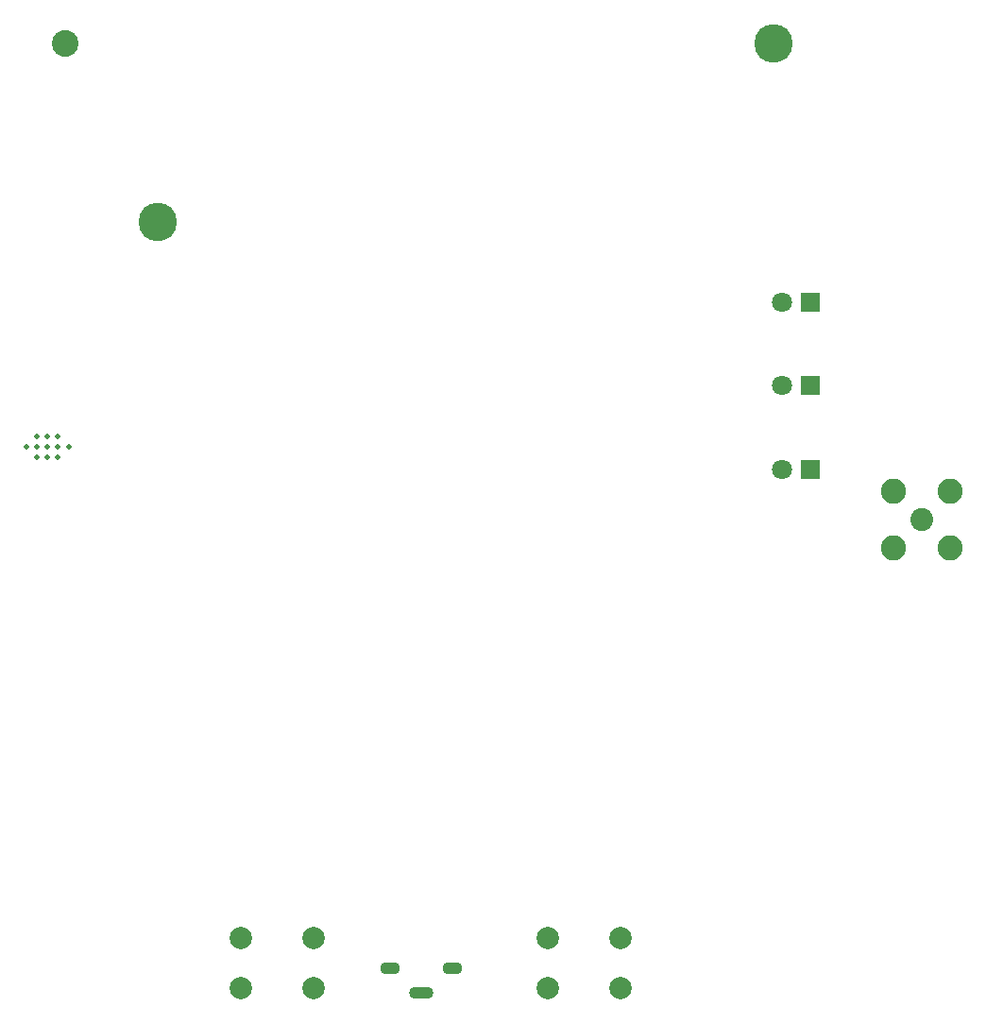
<source format=gbr>
%TF.GenerationSoftware,KiCad,Pcbnew,9.0.0*%
%TF.CreationDate,2025-07-02T16:13:02+05:30*%
%TF.ProjectId,ESP32 GPS + GSM Tracker,45535033-3220-4475-9053-202b2047534d,rev?*%
%TF.SameCoordinates,Original*%
%TF.FileFunction,Soldermask,Bot*%
%TF.FilePolarity,Negative*%
%FSLAX46Y46*%
G04 Gerber Fmt 4.6, Leading zero omitted, Abs format (unit mm)*
G04 Created by KiCad (PCBNEW 9.0.0) date 2025-07-02 16:13:02*
%MOMM*%
%LPD*%
G01*
G04 APERTURE LIST*
%ADD10R,1.800000X1.800000*%
%ADD11C,1.800000*%
%ADD12C,2.000000*%
%ADD13C,2.390000*%
%ADD14C,3.450000*%
%ADD15C,0.500000*%
%ADD16O,1.800000X1.100000*%
%ADD17O,2.200000X1.100000*%
%ADD18C,2.050000*%
%ADD19C,2.250000*%
G04 APERTURE END LIST*
D10*
%TO.C,D2*%
X150540000Y-74530000D03*
D11*
X148000000Y-74530000D03*
%TD*%
D12*
%TO.C,SW2*%
X127000000Y-124000000D03*
X133500000Y-124000000D03*
X127000000Y-128500000D03*
X133500000Y-128500000D03*
%TD*%
D13*
%TO.C,BT1*%
X83700000Y-43865000D03*
D14*
X92030000Y-59865000D03*
X147230000Y-43865000D03*
%TD*%
D15*
%TO.C,U7*%
X81195000Y-80950000D03*
X82145000Y-80950000D03*
X83095000Y-80950000D03*
X80245000Y-80000000D03*
X81195000Y-80000000D03*
X82145000Y-80000000D03*
X83095000Y-80000000D03*
X84045000Y-80000000D03*
X81195000Y-79050000D03*
X82145000Y-79050000D03*
X83095000Y-79050000D03*
%TD*%
D12*
%TO.C,SW3*%
X99500000Y-124050000D03*
X106000000Y-124050000D03*
X99500000Y-128550000D03*
X106000000Y-128550000D03*
%TD*%
D10*
%TO.C,D3*%
X150540000Y-67060000D03*
D11*
X148000000Y-67060000D03*
%TD*%
D16*
%TO.C,J1*%
X112850000Y-126750000D03*
D17*
X115650000Y-128900000D03*
D16*
X118450000Y-126750000D03*
%TD*%
D10*
%TO.C,D1*%
X150540000Y-82000000D03*
D11*
X148000000Y-82000000D03*
%TD*%
D18*
%TO.C,J2*%
X160540000Y-86540000D03*
D19*
X163080000Y-84000000D03*
X158000000Y-84000000D03*
X163080000Y-89080000D03*
X158000000Y-89080000D03*
%TD*%
M02*

</source>
